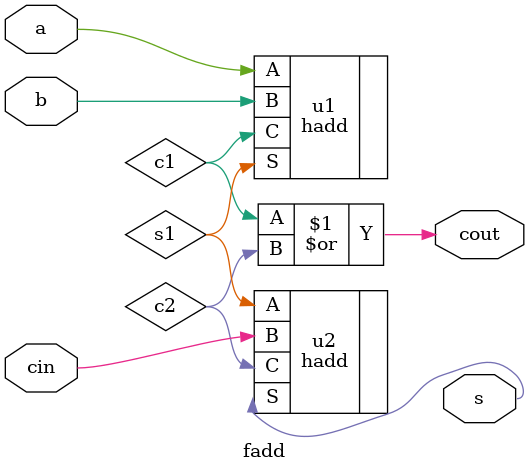
<source format=v>
module fadd (
    input wire a,
    input wire b,
    input wire cin, // colocado ,
    
    output wire s,
    output wire cout
);

wire s1, c1, c2;

hadd u1 (
    .A(a),
    .B(b),
    .S(s1), //colocado . antes do s
    .C(c1)
);

hadd u2 (
    .A(s1), //trocado a por s1
    .B(cin),
    .S(s),
    .C(c2)
);

assign cout = c1 | c2;

endmodule

</source>
